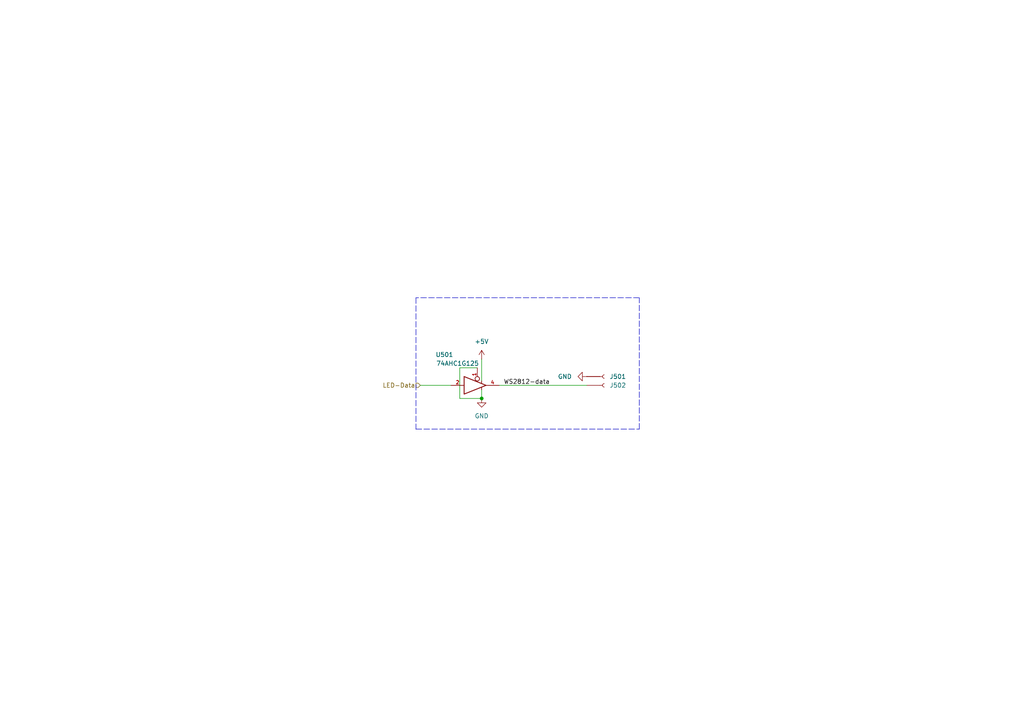
<source format=kicad_sch>
(kicad_sch (version 20231120) (generator "eeschema") (generator_version "8.0")
  (paper "A4")
  (title_block (title "LED Strip") (date "2023-01-12") (company "Versio Duo"))
  (lib_symbols
    (symbol "V2_74xGxx:74AHC1G125" (pin_names (offset 1.016))
      (property "Reference" "U" (at -8.89 -3.81 0))
      (property "Value" "74AHC1G125" (at -3.81 -6.35 0))
      (symbol "74AHC1G125_0_1"
        (polyline (pts (xy -3.81 2.54) (xy -3.81 -2.54) (xy 2.54 0) (xy -3.81 2.54)) (stroke (width 0.254)))
      )
      (symbol "74AHC1G125_1_1"
        (pin input inverted (at 0 5.08 270) (length 3.81) (name "") (number "1"))
        (pin input line (at -7.62 0 0) (length 3.81) (name "") (number "2"))
        (pin power_in line (at 1.27 -1.27 90) (length 0.635) (name "") (number "3"))
        (pin tri_state line (at 6.35 0 180) (length 3.81) (name "") (number "4"))
        (pin power_in line (at 1.27 1.27 270) (length 0.635) (name "") (number "5"))
      )
    )
    (symbol "V2_Connector_WAGO:2065" (pin_numbers hide) (pin_names (offset 1.016) hide)
      (property "Reference" "J" (at -5.08 6.35 0))
      (symbol "2065_1_1"
        (polyline (pts (xy -1.27 0) (xy -0.508 0)) (stroke (width 0.1524)))
        (arc (start 0 0.508) (mid -0.5058 0) (end 0 -0.508) (stroke (width 0.1524)))
        (pin passive line (at -5.08 0 0) (length 3.81) (name "") (number "1"))
      )
    )
    (symbol "power:+5V" (power) (pin_numbers hide) (pin_names (offset 0) hide)
      (property "Value" "+5V" (at 0 3.556 0))
      (symbol "+5V_0_1"
        (polyline (pts (xy -0.762 1.27) (xy 0 2.54)))
        (polyline (pts (xy 0 0) (xy 0 2.54)))
        (polyline (pts (xy 0 2.54) (xy 0.762 1.27)))
      )
      (symbol "+5V_1_1"
        (pin power_in line (at 0 0 90) (length 0) (name "~") (number "1"))
      )
    )
    (symbol "power:GND" (power) (pin_numbers hide) (pin_names (offset 0) hide)
      (property "Value" "GND" (at 0 -3.81 0))
      (symbol "GND_0_1"
        (polyline (pts (xy 0 0) (xy 0 -1.27) (xy 1.27 -1.27) (xy 0 -2.54) (xy -1.27 -1.27) (xy 0 -1.27)))
      )
      (symbol "GND_1_1"
        (pin power_in line (at 0 0 270) (length 0) (name "~") (number "1"))
      )
    )
  )
  (junction (at 139.7 115.57))
  (polyline (pts (xy 185.42 86.36) (xy 120.65 86.36)) (stroke (width 0) (type dash)))
  (wire (pts (xy 121.92 111.76) (xy 130.81 111.76)))
  (wire (pts (xy 139.7 104.14) (xy 139.7 110.49)))
  (polyline (pts (xy 185.42 124.46) (xy 185.42 86.36)) (stroke (width 0) (type dash)))
  (wire (pts (xy 133.35 106.68) (xy 133.35 115.57)))
  (wire (pts (xy 144.78 111.76) (xy 170.18 111.76)))
  (wire (pts (xy 133.35 115.57) (xy 139.7 115.57)))
  (polyline (pts (xy 120.65 86.36) (xy 120.65 124.46)) (stroke (width 0) (type dash)))
  (wire (pts (xy 139.7 113.03) (xy 139.7 115.57)))
  (polyline (pts (xy 120.65 124.46) (xy 185.42 124.46)) (stroke (width 0) (type dash)))
  (wire (pts (xy 138.43 106.68) (xy 133.35 106.68)))
  (label "WS2812-data" (at 146.05 111.76 0))
  (hierarchical_label "LED-Data" (shape input) (at 121.92 111.76 180))
  (symbol (lib_id "power:GND") (at 170.18 109.22 270) (unit 1)
    (property "Reference" "#PWR0502" (effects (hide yes)))
    (property "Value" "GND" (at 163.83 109.22 90))
  )
  (symbol (lib_id "V2_Connector_WAGO:2065") (at 175.26 109.22 0) (unit 1) (exclude_from_sim yes)
    (property "Reference" "J501" (at 181.61 109.22 0) (effects (justify right)))
    (property "Value" "WAGO-2065" (effects (hide yes)))
    (property "Footprint" "V2_Connector_WAGO:2065-100" (effects (hide yes)))
    (property "Sim.Enable" "0" (effects (hide yes)))
  )
  (symbol (lib_id "power:+5V") (at 139.7 104.14 0) (unit 1)
    (property "Reference" "#PWR0501" (effects (hide yes)))
    (property "Value" "+5V" (at 139.7 99.06 0))
  )
  (symbol (lib_id "power:GND") (at 139.7 115.57 0) (unit 1)
    (property "Reference" "#PWR0503" (effects (hide yes)))
    (property "Value" "GND" (at 139.7 120.65 0))
  )
  (symbol (lib_id "V2_Connector_WAGO:2065") (at 175.26 111.76 0) (unit 1) (exclude_from_sim yes)
    (property "Reference" "J502" (at 181.6101 111.76 0) (effects (justify right)))
    (property "Value" "WAGO-2065" (effects (hide yes)))
    (property "Footprint" "V2_Connector_WAGO:2065-100" (effects (hide yes)))
    (property "Sim.Enable" "0" (effects (hide yes)))
  )
  (symbol (lib_id "V2_74xGxx:74AHC1G125") (at 138.43 111.76 0) (unit 1)
    (property "Reference" "U501" (at 128.905 102.87 0))
    (property "Value" "74AHC1G125" (at 132.715 105.41 0))
    (property "Footprint" "Package_TO_SOT_SMD:SOT-23-5" (effects (hide yes)))
    (property "Datasheet" "http://www.ti.com/lit/sg/scyt129e/scyt129e.pdf" (effects (hide yes)))
  )
)
</source>
